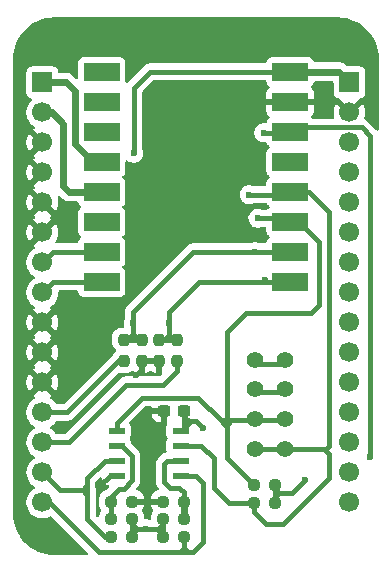
<source format=gbr>
%TF.GenerationSoftware,KiCad,Pcbnew,9.0.2*%
%TF.CreationDate,2025-06-04T19:43:54+07:00*%
%TF.ProjectId,Wheelspeed New,57686565-6c73-4706-9565-64204e65772e,rev?*%
%TF.SameCoordinates,Original*%
%TF.FileFunction,Copper,L1,Top*%
%TF.FilePolarity,Positive*%
%FSLAX46Y46*%
G04 Gerber Fmt 4.6, Leading zero omitted, Abs format (unit mm)*
G04 Created by KiCad (PCBNEW 9.0.2) date 2025-06-04 19:43:54*
%MOMM*%
%LPD*%
G01*
G04 APERTURE LIST*
G04 Aperture macros list*
%AMRoundRect*
0 Rectangle with rounded corners*
0 $1 Rounding radius*
0 $2 $3 $4 $5 $6 $7 $8 $9 X,Y pos of 4 corners*
0 Add a 4 corners polygon primitive as box body*
4,1,4,$2,$3,$4,$5,$6,$7,$8,$9,$2,$3,0*
0 Add four circle primitives for the rounded corners*
1,1,$1+$1,$2,$3*
1,1,$1+$1,$4,$5*
1,1,$1+$1,$6,$7*
1,1,$1+$1,$8,$9*
0 Add four rect primitives between the rounded corners*
20,1,$1+$1,$2,$3,$4,$5,0*
20,1,$1+$1,$4,$5,$6,$7,0*
20,1,$1+$1,$6,$7,$8,$9,0*
20,1,$1+$1,$8,$9,$2,$3,0*%
G04 Aperture macros list end*
%TA.AperFunction,SMDPad,CuDef*%
%ADD10R,3.025000X1.524000*%
%TD*%
%TA.AperFunction,ComponentPad*%
%ADD11R,1.700000X1.700000*%
%TD*%
%TA.AperFunction,ComponentPad*%
%ADD12C,1.700000*%
%TD*%
%TA.AperFunction,SMDPad,CuDef*%
%ADD13R,1.460500X0.533400*%
%TD*%
%TA.AperFunction,SMDPad,CuDef*%
%ADD14RoundRect,0.237500X-0.237500X0.250000X-0.237500X-0.250000X0.237500X-0.250000X0.237500X0.250000X0*%
%TD*%
%TA.AperFunction,SMDPad,CuDef*%
%ADD15RoundRect,0.237500X0.237500X-0.250000X0.237500X0.250000X-0.237500X0.250000X-0.237500X-0.250000X0*%
%TD*%
%TA.AperFunction,SMDPad,CuDef*%
%ADD16RoundRect,0.237500X0.250000X0.237500X-0.250000X0.237500X-0.250000X-0.237500X0.250000X-0.237500X0*%
%TD*%
%TA.AperFunction,SMDPad,CuDef*%
%ADD17RoundRect,0.237500X-0.250000X-0.237500X0.250000X-0.237500X0.250000X0.237500X-0.250000X0.237500X0*%
%TD*%
%TA.AperFunction,SMDPad,CuDef*%
%ADD18RoundRect,0.237500X0.300000X0.237500X-0.300000X0.237500X-0.300000X-0.237500X0.300000X-0.237500X0*%
%TD*%
%TA.AperFunction,ComponentPad*%
%ADD19C,1.400000*%
%TD*%
%TA.AperFunction,ViaPad*%
%ADD20C,0.600000*%
%TD*%
%TA.AperFunction,Conductor*%
%ADD21C,0.400000*%
%TD*%
%TA.AperFunction,Conductor*%
%ADD22C,0.600000*%
%TD*%
G04 APERTURE END LIST*
D10*
%TO.P,U1,G,GND*%
%TO.N,GND*%
X122985000Y-109640000D03*
%TO.P,U1,21,GPIO21*%
%TO.N,/TX*%
X107015000Y-124880000D03*
%TO.P,U1,20,GPIO20*%
%TO.N,/RX*%
X107015000Y-122340000D03*
%TO.P,U1,10,GPIO10*%
%TO.N,unconnected-(U1-GPIO10-Pad10)*%
X107015000Y-119800000D03*
%TO.P,U1,9,GPIO9*%
%TO.N,/SCL*%
X107015000Y-117260000D03*
%TO.P,U1,8,GPIO8*%
%TO.N,/SDA*%
X107015000Y-114720000D03*
%TO.P,U1,7,GPIO7*%
%TO.N,unconnected-(U1-GPIO7-Pad7)*%
X107015000Y-112180000D03*
%TO.P,U1,6,GPIO6*%
%TO.N,unconnected-(U1-GPIO6-Pad6)*%
X107015000Y-109640000D03*
%TO.P,U1,5V,5V*%
%TO.N,+5V*%
X122985000Y-107100000D03*
%TO.P,U1,5,GPIO5*%
%TO.N,unconnected-(U1-GPIO5-Pad5)*%
X107015000Y-107100000D03*
%TO.P,U1,4,GPIO4*%
%TO.N,unconnected-(U1-GPIO4-Pad4)*%
X122985000Y-114720000D03*
%TO.P,U1,3.3,3V3*%
%TO.N,+3.3V*%
X122985000Y-112180000D03*
%TO.P,U1,3,GPIO3*%
%TO.N,/WS_FL_Signal*%
X122985000Y-117260000D03*
%TO.P,U1,2,GPIO2*%
%TO.N,/WS_FR_Signal*%
X122985000Y-119800000D03*
%TO.P,U1,1,GPIO1*%
%TO.N,/WS_RR_Signal*%
X122985000Y-122340000D03*
%TO.P,U1,0,GPIO0*%
%TO.N,/WS_RL_Signal*%
X122985000Y-124880000D03*
%TD*%
D11*
%TO.P,J4,1,Pin_1*%
%TO.N,+5V*%
X128000000Y-108000000D03*
D12*
%TO.P,J4,2,Pin_2*%
%TO.N,GND*%
X128000000Y-110540000D03*
%TO.P,J4,3,Pin_3*%
X128000000Y-113080000D03*
%TO.P,J4,4,Pin_4*%
X128000000Y-115620000D03*
%TO.P,J4,5,Pin_5*%
X128000000Y-118160000D03*
%TO.P,J4,6,Pin_6*%
X128000000Y-120700000D03*
%TO.P,J4,7,Pin_7*%
X128000000Y-123240000D03*
%TO.P,J4,8,Pin_8*%
X128000000Y-125780000D03*
%TO.P,J4,9,Pin_9*%
%TO.N,/WS_RL_Signal_5V*%
X128000000Y-128320000D03*
%TO.P,J4,10,Pin_10*%
%TO.N,/WS_RR_Signal_5V*%
X128000000Y-130860000D03*
%TO.P,J4,11,Pin_11*%
%TO.N,/WS_FR_Signal_5V*%
X128000000Y-133400000D03*
%TO.P,J4,12,Pin_12*%
%TO.N,/WS_FL_Signal_5V*%
X128000000Y-135940000D03*
%TO.P,J4,13,Pin_13*%
%TO.N,unconnected-(J4-Pin_13-Pad13)*%
X128000000Y-138480000D03*
%TO.P,J4,14,Pin_14*%
%TO.N,unconnected-(J4-Pin_14-Pad14)*%
X128000000Y-141020000D03*
%TO.P,J4,15,Pin_15*%
%TO.N,+12V*%
X128000000Y-143560000D03*
%TD*%
D13*
%TO.P,U2,1*%
%TO.N,/WS_FR_Signal*%
X108275850Y-137495000D03*
%TO.P,U2,2,-*%
%TO.N,Net-(U2A--)*%
X108275850Y-138765000D03*
%TO.P,U2,3,+*%
%TO.N,/WS_FR*%
X108275850Y-140035000D03*
%TO.P,U2,4,V-*%
%TO.N,GND*%
X108275850Y-141305000D03*
%TO.P,U2,5,+*%
%TO.N,/WS_FL*%
X113724150Y-141305000D03*
%TO.P,U2,6,-*%
%TO.N,Net-(U2B--)*%
X113724150Y-140035000D03*
%TO.P,U2,7*%
%TO.N,/WS_FL_Signal*%
X113724150Y-138765000D03*
%TO.P,U2,8,V+*%
%TO.N,+12V*%
X113724150Y-137495000D03*
%TD*%
D14*
%TO.P,R21,1*%
%TO.N,/WS_RR_Signal*%
X108900000Y-129775000D03*
%TO.P,R21,2*%
%TO.N,/WS_RR*%
X108900000Y-131600000D03*
%TD*%
D15*
%TO.P,R24,1*%
%TO.N,GND*%
X111900000Y-131600000D03*
%TO.P,R24,2*%
%TO.N,/WS_RL_Signal*%
X111900000Y-129775000D03*
%TD*%
D16*
%TO.P,R4,1*%
%TO.N,Net-(U2B--)*%
X114012500Y-143500000D03*
%TO.P,R4,2*%
%TO.N,GND*%
X112187500Y-143500000D03*
%TD*%
%TO.P,R10,1*%
%TO.N,+3.3V*%
X121700000Y-143600000D03*
%TO.P,R10,2*%
%TO.N,/WS_FL_Signal*%
X119875000Y-143600000D03*
%TD*%
%TO.P,R13,1*%
%TO.N,+12V*%
X109610000Y-146510000D03*
%TO.P,R13,2*%
%TO.N,/WS_FR*%
X107785000Y-146510000D03*
%TD*%
D17*
%TO.P,R2,1*%
%TO.N,Net-(U2A--)*%
X107785000Y-143500000D03*
%TO.P,R2,2*%
%TO.N,GND*%
X109610000Y-143500000D03*
%TD*%
D18*
%TO.P,C1,1*%
%TO.N,+12V*%
X114000000Y-135800000D03*
%TO.P,C1,2*%
%TO.N,GND*%
X112275000Y-135800000D03*
%TD*%
D16*
%TO.P,R1,1*%
%TO.N,+12V*%
X109612500Y-145000000D03*
%TO.P,R1,2*%
%TO.N,Net-(U2A--)*%
X107787500Y-145000000D03*
%TD*%
%TO.P,R9,1*%
%TO.N,+3.3V*%
X121700000Y-142100000D03*
%TO.P,R9,2*%
%TO.N,/WS_FR_Signal*%
X119875000Y-142100000D03*
%TD*%
D17*
%TO.P,R3,1*%
%TO.N,+12V*%
X112187500Y-145000000D03*
%TO.P,R3,2*%
%TO.N,Net-(U2B--)*%
X114012500Y-145000000D03*
%TD*%
D15*
%TO.P,R22,1*%
%TO.N,GND*%
X110400000Y-131600000D03*
%TO.P,R22,2*%
%TO.N,/WS_RR_Signal*%
X110400000Y-129775000D03*
%TD*%
D14*
%TO.P,R23,1*%
%TO.N,/WS_RL_Signal*%
X113400000Y-129775000D03*
%TO.P,R23,2*%
%TO.N,/WS_RL*%
X113400000Y-131600000D03*
%TD*%
D17*
%TO.P,R14,1*%
%TO.N,+12V*%
X112187500Y-146500000D03*
%TO.P,R14,2*%
%TO.N,/WS_FL*%
X114012500Y-146500000D03*
%TD*%
D11*
%TO.P,J3,1,Pin_1*%
%TO.N,/SDA*%
X102000000Y-108000000D03*
D12*
%TO.P,J3,2,Pin_2*%
%TO.N,/SCL*%
X102000000Y-110540000D03*
%TO.P,J3,3,Pin_3*%
%TO.N,GND*%
X102000000Y-113080000D03*
%TO.P,J3,4,Pin_4*%
X102000000Y-115620000D03*
%TO.P,J3,5,Pin_5*%
X102000000Y-118160000D03*
%TO.P,J3,6,Pin_6*%
X102000000Y-120700000D03*
%TO.P,J3,7,Pin_7*%
%TO.N,/RX*%
X102000000Y-123240000D03*
%TO.P,J3,8,Pin_8*%
%TO.N,/TX*%
X102000000Y-125780000D03*
%TO.P,J3,9,Pin_9*%
%TO.N,GND*%
X102000000Y-128320000D03*
%TO.P,J3,10,Pin_10*%
X102000000Y-130860000D03*
%TO.P,J3,11,Pin_11*%
X102000000Y-133400000D03*
%TO.P,J3,12,Pin_12*%
%TO.N,/WS_RR*%
X102000000Y-135940000D03*
%TO.P,J3,13,Pin_13*%
%TO.N,/WS_RL*%
X102000000Y-138480000D03*
%TO.P,J3,14,Pin_14*%
%TO.N,/WS_FR*%
X102000000Y-141020000D03*
%TO.P,J3,15,Pin_15*%
%TO.N,/WS_FL*%
X102000000Y-143560000D03*
%TD*%
D19*
%TO.P,FR1,1,1*%
%TO.N,/WS_FR_Signal*%
X119960000Y-136500000D03*
X122500000Y-136500000D03*
%TD*%
%TO.P,RL1,1,1*%
%TO.N,/WS_RL_Signal*%
X119960000Y-131500000D03*
X122500000Y-131500000D03*
%TD*%
%TO.P,RR1,1,1*%
%TO.N,/WS_RR_Signal*%
X119960000Y-134000000D03*
X122500000Y-134000000D03*
%TD*%
%TO.P,FL1,1,1*%
%TO.N,/WS_FL_Signal*%
X119960000Y-139000000D03*
X122500000Y-139000000D03*
%TD*%
D20*
%TO.N,GND*%
X119250000Y-119750000D03*
%TO.N,+3.3V*%
X120750000Y-112250000D03*
X129750000Y-139750000D03*
%TO.N,/WS_FL_Signal*%
X119500000Y-117500000D03*
%TO.N,/WS_FR_Signal*%
X120250000Y-119500000D03*
%TO.N,/WS_RR_Signal*%
X120000000Y-122340000D03*
%TO.N,/WS_RL_Signal*%
X120874293Y-124755707D03*
%TO.N,+5V*%
X109750000Y-114000000D03*
%TO.N,+12V*%
X115600000Y-137300000D03*
X110800000Y-145800000D03*
%TO.N,GND*%
X110900000Y-140700000D03*
X110900000Y-137900000D03*
X110900000Y-141400000D03*
X110200000Y-138600000D03*
X110900000Y-142100000D03*
X110900000Y-138600000D03*
X110900000Y-135800000D03*
X110900000Y-139300000D03*
X111600000Y-139300000D03*
X111600000Y-138600000D03*
X110200000Y-137900000D03*
X110900000Y-140000000D03*
X111600000Y-137900000D03*
X110900000Y-142800000D03*
X111600000Y-137200000D03*
X110900000Y-143500000D03*
X106700000Y-142100000D03*
X109900000Y-132800000D03*
X110900000Y-137200000D03*
X110200000Y-137200000D03*
%TO.N,+3.3V*%
X124200000Y-141700000D03*
%TO.N,/WS_RR_Signal*%
X109700000Y-128400000D03*
%TO.N,/WS_RL_Signal*%
X112700000Y-128400000D03*
%TD*%
D21*
%TO.N,+3.3V*%
X129750000Y-112500000D02*
X129750000Y-139750000D01*
X123356439Y-111808561D02*
X129058561Y-111808561D01*
X129058561Y-111808561D02*
X129750000Y-112500000D01*
X122985000Y-112180000D02*
X123356439Y-111808561D01*
X120750000Y-112250000D02*
X122915000Y-112250000D01*
X122915000Y-112250000D02*
X122985000Y-112180000D01*
%TO.N,/WS_RL_Signal*%
X112700000Y-127400000D02*
X112700000Y-128400000D01*
X115220000Y-124880000D02*
X112700000Y-127400000D01*
X120750000Y-124880000D02*
X115220000Y-124880000D01*
X120874293Y-124755707D02*
X120750000Y-124880000D01*
X120998586Y-124880000D02*
X122985000Y-124880000D01*
X120874293Y-124755707D02*
X120998586Y-124880000D01*
%TO.N,/WS_FL_Signal*%
X126250000Y-138750000D02*
X126250000Y-118950000D01*
X126250000Y-118950000D02*
X124560000Y-117260000D01*
X124560000Y-117260000D02*
X122985000Y-117260000D01*
X125900000Y-139100000D02*
X126250000Y-138750000D01*
X125900000Y-139100000D02*
X126300000Y-139500000D01*
X125800000Y-139000000D02*
X125900000Y-139100000D01*
X119760000Y-139000000D02*
X125500000Y-139000000D01*
X125500000Y-139000000D02*
X125800000Y-139000000D01*
X122745000Y-117500000D02*
X122985000Y-117260000D01*
X119500000Y-117500000D02*
X122745000Y-117500000D01*
%TO.N,/WS_FR_Signal*%
X122685000Y-119500000D02*
X122985000Y-119800000D01*
X120250000Y-119500000D02*
X122685000Y-119500000D01*
%TO.N,/WS_RR_Signal*%
X120000000Y-122340000D02*
X122985000Y-122340000D01*
%TO.N,+5V*%
X111150000Y-107100000D02*
X122985000Y-107100000D01*
X109750000Y-114000000D02*
X109750000Y-108500000D01*
X109750000Y-108500000D02*
X111150000Y-107100000D01*
%TO.N,/WS_RL_Signal*%
X119760000Y-131800000D02*
X122300000Y-131800000D01*
%TO.N,/WS_RR_Signal*%
X119760000Y-134200000D02*
X122300000Y-134200000D01*
%TO.N,+12V*%
X111700000Y-145800000D02*
X110800000Y-145800000D01*
X111800000Y-145800000D02*
X111700000Y-145800000D01*
X114000000Y-135800000D02*
X114000000Y-136700000D01*
X112187500Y-145800000D02*
X111800000Y-145800000D01*
X112187500Y-146500000D02*
X112187500Y-146287500D01*
X112187500Y-145800000D02*
X112187500Y-146500000D01*
X109612500Y-146087500D02*
X109600000Y-146100000D01*
X112187500Y-146287500D02*
X111700000Y-145800000D01*
X114000000Y-137219150D02*
X113724150Y-137495000D01*
X112187500Y-145000000D02*
X112187500Y-145800000D01*
X109612500Y-145412500D02*
X110000000Y-145800000D01*
X109612500Y-146507500D02*
X109610000Y-146510000D01*
X113724150Y-137495000D02*
X114400000Y-136819150D01*
X112187500Y-145412500D02*
X111800000Y-145800000D01*
X109612500Y-145800000D02*
X109612500Y-146507500D01*
X112187500Y-145000000D02*
X112187500Y-145412500D01*
X115000000Y-136700000D02*
X115600000Y-137300000D01*
X114000000Y-136700000D02*
X114400000Y-136700000D01*
X114000000Y-136300000D02*
X114400000Y-136700000D01*
X114400000Y-136819150D02*
X114400000Y-136700000D01*
X114400000Y-136700000D02*
X115000000Y-136700000D01*
X109610000Y-146510000D02*
X109610000Y-146190000D01*
X109612500Y-145000000D02*
X109612500Y-145412500D01*
X109610000Y-146190000D02*
X110000000Y-145800000D01*
X110800000Y-145800000D02*
X110000000Y-145800000D01*
X114000000Y-136700000D02*
X114000000Y-137219150D01*
X114000000Y-135800000D02*
X114000000Y-136300000D01*
X109612500Y-145000000D02*
X109612500Y-145800000D01*
X110000000Y-145800000D02*
X109612500Y-145800000D01*
%TO.N,GND*%
X109610000Y-143500000D02*
X110900000Y-143500000D01*
X110400000Y-132300000D02*
X109900000Y-132800000D01*
X106900000Y-142100000D02*
X107695000Y-141305000D01*
X106700000Y-142100000D02*
X106900000Y-142100000D01*
X110400000Y-131600000D02*
X110400000Y-132300000D01*
X110400000Y-131600000D02*
X111900000Y-131600000D01*
X112275000Y-135800000D02*
X110900000Y-135800000D01*
X112187500Y-143500000D02*
X110900000Y-143500000D01*
X107695000Y-141305000D02*
X108275850Y-141305000D01*
%TO.N,/WS_FL*%
X102000000Y-143560000D02*
X102560000Y-143560000D01*
X114100000Y-147750000D02*
X114450000Y-147750000D01*
X114750000Y-147750000D02*
X115600000Y-146900000D01*
X102560000Y-143560000D02*
X106750000Y-147750000D01*
X114012500Y-147662500D02*
X114100000Y-147750000D01*
X114362500Y-147750000D02*
X114012500Y-147400000D01*
X114450000Y-147750000D02*
X114362500Y-147750000D01*
X115600000Y-141900000D02*
X115005000Y-141305000D01*
X115600000Y-146900000D02*
X115600000Y-141900000D01*
X115005000Y-141305000D02*
X113724150Y-141305000D01*
X114012500Y-146500000D02*
X114012500Y-147400000D01*
X106750000Y-147750000D02*
X113300000Y-147750000D01*
X114450000Y-147750000D02*
X114750000Y-147750000D01*
X114012500Y-147400000D02*
X114012500Y-147662500D01*
X113300000Y-147750000D02*
X113662500Y-147750000D01*
X113300000Y-147750000D02*
X114100000Y-147750000D01*
X113662500Y-147750000D02*
X114012500Y-147400000D01*
%TO.N,/WS_FL_Signal*%
X119875000Y-143600000D02*
X119875000Y-144375000D01*
X116500000Y-142300000D02*
X116500000Y-139800000D01*
X115465000Y-138765000D02*
X113724150Y-138765000D01*
X122400000Y-145400000D02*
X126300000Y-141500000D01*
X117800000Y-143600000D02*
X116500000Y-142300000D01*
X119875000Y-144375000D02*
X120900000Y-145400000D01*
X116500000Y-139800000D02*
X115465000Y-138765000D01*
X117800000Y-143600000D02*
X119875000Y-143600000D01*
X120900000Y-145400000D02*
X122400000Y-145400000D01*
X126300000Y-141500000D02*
X126300000Y-139500000D01*
%TO.N,/WS_FR*%
X105800000Y-145000000D02*
X107310000Y-146510000D01*
X108275850Y-140035000D02*
X107265000Y-140035000D01*
X105800000Y-142900000D02*
X105800000Y-145000000D01*
X107310000Y-146510000D02*
X107785000Y-146510000D01*
X105800000Y-142000000D02*
X105800000Y-142500000D01*
X105800000Y-142500000D02*
X105800000Y-142900000D01*
X103480000Y-142500000D02*
X105400000Y-142500000D01*
X105800000Y-142000000D02*
X105800000Y-142100000D01*
X102000000Y-141020000D02*
X103480000Y-142500000D01*
X107265000Y-140035000D02*
X105800000Y-141500000D01*
X105800000Y-142100000D02*
X105400000Y-142500000D01*
X105800000Y-141500000D02*
X105800000Y-142000000D01*
X105800000Y-142900000D02*
X105400000Y-142500000D01*
X105400000Y-142500000D02*
X105800000Y-142500000D01*
%TO.N,/WS_FR_Signal*%
X125399000Y-126851000D02*
X125399000Y-121499000D01*
X125399000Y-121499000D02*
X123700000Y-119800000D01*
X118000000Y-136600000D02*
X117600000Y-137000000D01*
X124750000Y-127500000D02*
X125399000Y-126851000D01*
X117600000Y-137000000D02*
X117600000Y-139825000D01*
X123700000Y-119800000D02*
X122985000Y-119800000D01*
X117600000Y-136600000D02*
X117600000Y-129150000D01*
X117100000Y-136600000D02*
X117600000Y-136600000D01*
X110404150Y-134700000D02*
X115200000Y-134700000D01*
X108275850Y-137495000D02*
X108275850Y-136828300D01*
X117600000Y-139825000D02*
X119875000Y-142100000D01*
X119250000Y-127500000D02*
X124750000Y-127500000D01*
X115200000Y-134700000D02*
X117100000Y-136600000D01*
X117600000Y-136600000D02*
X118200000Y-136600000D01*
X108275850Y-136828300D02*
X110404150Y-134700000D01*
X117600000Y-136600000D02*
X117600000Y-137000000D01*
X117100000Y-136600000D02*
X117500000Y-137000000D01*
X117600000Y-129150000D02*
X119250000Y-127500000D01*
X118200000Y-136600000D02*
X122800000Y-136600000D01*
X117500000Y-137000000D02*
X117600000Y-137000000D01*
X118200000Y-136600000D02*
X118000000Y-136600000D01*
%TO.N,/WS_RL*%
X112212500Y-133600000D02*
X109100000Y-133600000D01*
X104220000Y-138480000D02*
X102000000Y-138480000D01*
X109100000Y-133600000D02*
X104220000Y-138480000D01*
X113400000Y-131600000D02*
X113400000Y-132412500D01*
X113400000Y-132412500D02*
X112212500Y-133600000D01*
D22*
%TO.N,+5V*%
X128000000Y-108000000D02*
X127100000Y-107100000D01*
X127100000Y-107100000D02*
X122985000Y-107100000D01*
D21*
%TO.N,/WS_RR*%
X104060000Y-135940000D02*
X108400000Y-131600000D01*
X102000000Y-135940000D02*
X104060000Y-135940000D01*
X108400000Y-131600000D02*
X108900000Y-131600000D01*
%TO.N,Net-(U2A--)*%
X108500000Y-142400000D02*
X108900000Y-142400000D01*
X107785000Y-143500000D02*
X107785000Y-143115000D01*
X107775000Y-144587500D02*
X107787500Y-144600000D01*
X109600000Y-141700000D02*
X109600000Y-139625600D01*
X109600000Y-139625600D02*
X108739400Y-138765000D01*
X107775000Y-143200000D02*
X107900000Y-143200000D01*
X108900000Y-142400000D02*
X109600000Y-141700000D01*
X107785000Y-143500000D02*
X107785000Y-144997500D01*
X107785000Y-143115000D02*
X108500000Y-142400000D01*
X108739400Y-138765000D02*
X108275850Y-138765000D01*
X107785000Y-144997500D02*
X107787500Y-145000000D01*
D22*
%TO.N,Net-(U2B--)*%
X114012500Y-145000000D02*
X114012500Y-143500000D01*
D21*
X112300000Y-141800000D02*
X112300000Y-140300000D01*
X114012500Y-143200000D02*
X114012500Y-142712500D01*
X112800000Y-142300000D02*
X112300000Y-141800000D01*
X114012500Y-142712500D02*
X113600000Y-142300000D01*
X112565000Y-140035000D02*
X113724150Y-140035000D01*
X112300000Y-140300000D02*
X112565000Y-140035000D01*
X113600000Y-142300000D02*
X112800000Y-142300000D01*
%TO.N,+3.3V*%
X121700000Y-143600000D02*
X121700000Y-143100000D01*
X121700000Y-143100000D02*
X122000000Y-142800000D01*
X121700000Y-142500000D02*
X122000000Y-142800000D01*
X122000000Y-142800000D02*
X123100000Y-142800000D01*
X121700000Y-142800000D02*
X121700000Y-143600000D01*
X121700000Y-142100000D02*
X121700000Y-142800000D01*
X123100000Y-142800000D02*
X124200000Y-141700000D01*
X121700000Y-142800000D02*
X122000000Y-142800000D01*
X121700000Y-142100000D02*
X121700000Y-142500000D01*
%TO.N,/WS_RR_Signal*%
X110175000Y-129775000D02*
X109700000Y-129300000D01*
X109700000Y-129775000D02*
X109700000Y-129300000D01*
X109700000Y-129300000D02*
X109700000Y-128400000D01*
X110400000Y-129775000D02*
X110175000Y-129775000D01*
X114760000Y-122340000D02*
X120000000Y-122340000D01*
X108900000Y-129775000D02*
X109700000Y-129775000D01*
X108900000Y-129775000D02*
X109225000Y-129775000D01*
X123740000Y-122340000D02*
X122985000Y-122340000D01*
X109225000Y-129775000D02*
X109700000Y-129300000D01*
X109700000Y-129775000D02*
X110400000Y-129775000D01*
X109700000Y-128400000D02*
X109700000Y-127400000D01*
X109700000Y-127400000D02*
X114760000Y-122340000D01*
%TO.N,/WS_RL_Signal*%
X122985000Y-124880000D02*
X124080000Y-124880000D01*
X112325000Y-129775000D02*
X112700000Y-129400000D01*
X112700000Y-129775000D02*
X112700000Y-129400000D01*
X111900000Y-129775000D02*
X112700000Y-129775000D01*
X112700000Y-129775000D02*
X113400000Y-129775000D01*
X113075000Y-129775000D02*
X112700000Y-129400000D01*
X113400000Y-129775000D02*
X113075000Y-129775000D01*
X112700000Y-129400000D02*
X112700000Y-128400000D01*
X111900000Y-129775000D02*
X112325000Y-129775000D01*
%TO.N,/RX*%
X102900000Y-122340000D02*
X107015000Y-122340000D01*
X102000000Y-123240000D02*
X102900000Y-122340000D01*
%TO.N,/TX*%
X102900000Y-124880000D02*
X107015000Y-124880000D01*
X102000000Y-125780000D02*
X102900000Y-124880000D01*
D22*
%TO.N,/SDA*%
X104750000Y-113191500D02*
X104750000Y-108750000D01*
X107015000Y-114720000D02*
X106278500Y-114720000D01*
X104750000Y-108750000D02*
X104000000Y-108000000D01*
X106278500Y-114720000D02*
X104750000Y-113191500D01*
X104000000Y-108000000D02*
X102000000Y-108000000D01*
%TO.N,/SCL*%
X102790000Y-110540000D02*
X103750000Y-111500000D01*
X103750000Y-111500000D02*
X103750000Y-116750000D01*
X104260000Y-117260000D02*
X107015000Y-117260000D01*
X102000000Y-110540000D02*
X102790000Y-110540000D01*
X103750000Y-116750000D02*
X104260000Y-117260000D01*
%TD*%
%TA.AperFunction,Conductor*%
%TO.N,GND*%
G36*
X127003032Y-102500648D02*
G01*
X127336929Y-102517052D01*
X127349037Y-102518245D01*
X127452146Y-102533539D01*
X127676699Y-102566849D01*
X127688617Y-102569219D01*
X128009951Y-102649709D01*
X128021588Y-102653240D01*
X128092806Y-102678722D01*
X128333467Y-102764832D01*
X128344688Y-102769479D01*
X128644163Y-102911120D01*
X128654871Y-102916844D01*
X128938988Y-103087137D01*
X128949106Y-103093897D01*
X129215170Y-103291224D01*
X129224576Y-103298944D01*
X129470013Y-103521395D01*
X129478604Y-103529986D01*
X129665755Y-103736475D01*
X129701055Y-103775423D01*
X129708775Y-103784829D01*
X129906102Y-104050893D01*
X129912862Y-104061011D01*
X130041776Y-104276092D01*
X130083148Y-104345116D01*
X130088885Y-104355848D01*
X130230514Y-104655297D01*
X130235170Y-104666540D01*
X130346759Y-104978411D01*
X130350292Y-104990055D01*
X130430777Y-105311369D01*
X130433151Y-105323305D01*
X130481754Y-105650962D01*
X130482947Y-105663071D01*
X130499351Y-105996966D01*
X130499500Y-106003051D01*
X130499500Y-111959481D01*
X130493261Y-111980726D01*
X130491682Y-112002814D01*
X130483609Y-112013597D01*
X130479815Y-112026520D01*
X130463083Y-112041018D01*
X130449811Y-112058748D01*
X130437188Y-112063455D01*
X130427011Y-112072275D01*
X130405095Y-112075426D01*
X130384347Y-112083165D01*
X130371185Y-112080302D01*
X130357853Y-112082219D01*
X130337711Y-112073020D01*
X130316074Y-112068314D01*
X130298345Y-112055042D01*
X130294297Y-112053194D01*
X130287819Y-112047163D01*
X130243470Y-112002814D01*
X130196542Y-111955886D01*
X130032213Y-111791557D01*
X129505107Y-111264449D01*
X129505106Y-111264448D01*
X129390371Y-111187785D01*
X129336408Y-111165433D01*
X129282005Y-111121591D01*
X129259941Y-111055297D01*
X129265931Y-111012553D01*
X129316758Y-110856126D01*
X129350000Y-110646246D01*
X129350000Y-110433753D01*
X129316757Y-110223872D01*
X129316757Y-110223869D01*
X129251095Y-110021782D01*
X129154624Y-109832449D01*
X129115270Y-109778282D01*
X129115269Y-109778282D01*
X128482962Y-110410589D01*
X128465925Y-110347007D01*
X128400099Y-110232993D01*
X128307007Y-110139901D01*
X128192993Y-110074075D01*
X128129409Y-110057037D01*
X128799627Y-109386818D01*
X128860950Y-109353333D01*
X128887307Y-109350499D01*
X128897872Y-109350499D01*
X128957483Y-109344091D01*
X129092331Y-109293796D01*
X129207546Y-109207546D01*
X129293796Y-109092331D01*
X129344091Y-108957483D01*
X129350500Y-108897873D01*
X129350499Y-107102128D01*
X129344091Y-107042517D01*
X129293796Y-106907669D01*
X129293795Y-106907668D01*
X129293793Y-106907664D01*
X129207547Y-106792455D01*
X129207544Y-106792452D01*
X129092335Y-106706206D01*
X129092328Y-106706202D01*
X128957482Y-106655908D01*
X128957483Y-106655908D01*
X128897883Y-106649501D01*
X128897881Y-106649500D01*
X128897873Y-106649500D01*
X128897865Y-106649500D01*
X127832940Y-106649500D01*
X127765901Y-106629815D01*
X127745263Y-106613185D01*
X127610289Y-106478211D01*
X127610288Y-106478210D01*
X127610287Y-106478209D01*
X127479185Y-106390609D01*
X127479172Y-106390602D01*
X127333501Y-106330264D01*
X127333489Y-106330261D01*
X127178845Y-106299500D01*
X127178842Y-106299500D01*
X125103415Y-106299500D01*
X125036376Y-106279815D01*
X124990621Y-106227011D01*
X124987233Y-106218833D01*
X124941297Y-106095671D01*
X124941293Y-106095664D01*
X124855047Y-105980455D01*
X124855044Y-105980452D01*
X124739835Y-105894206D01*
X124739828Y-105894202D01*
X124604982Y-105843908D01*
X124604983Y-105843908D01*
X124545383Y-105837501D01*
X124545381Y-105837500D01*
X124545373Y-105837500D01*
X124545364Y-105837500D01*
X121424629Y-105837500D01*
X121424623Y-105837501D01*
X121365016Y-105843908D01*
X121230171Y-105894202D01*
X121230164Y-105894206D01*
X121114955Y-105980452D01*
X121114952Y-105980455D01*
X121028706Y-106095664D01*
X121028702Y-106095671D01*
X120978408Y-106230516D01*
X120972147Y-106288756D01*
X120945409Y-106353307D01*
X120888016Y-106393155D01*
X120848858Y-106399500D01*
X111081004Y-106399500D01*
X110945677Y-106426418D01*
X110945667Y-106426421D01*
X110818192Y-106479222D01*
X110703454Y-106555887D01*
X109237818Y-108021523D01*
X109176495Y-108055008D01*
X109106803Y-108050024D01*
X109050870Y-108008152D01*
X109026453Y-107942688D01*
X109026848Y-107920585D01*
X109027999Y-107909878D01*
X109028000Y-107909873D01*
X109027999Y-106290128D01*
X109021591Y-106230517D01*
X109020283Y-106227011D01*
X108971297Y-106095671D01*
X108971293Y-106095664D01*
X108885047Y-105980455D01*
X108885044Y-105980452D01*
X108769835Y-105894206D01*
X108769828Y-105894202D01*
X108634982Y-105843908D01*
X108634983Y-105843908D01*
X108575383Y-105837501D01*
X108575381Y-105837500D01*
X108575373Y-105837500D01*
X108575364Y-105837500D01*
X105454629Y-105837500D01*
X105454623Y-105837501D01*
X105395016Y-105843908D01*
X105260171Y-105894202D01*
X105260164Y-105894206D01*
X105144955Y-105980452D01*
X105144952Y-105980455D01*
X105058706Y-106095664D01*
X105058702Y-106095671D01*
X105008408Y-106230517D01*
X105002147Y-106288756D01*
X105002001Y-106290123D01*
X105002000Y-106290135D01*
X105002000Y-107570559D01*
X104982315Y-107637598D01*
X104929511Y-107683353D01*
X104860353Y-107693297D01*
X104796797Y-107664272D01*
X104790319Y-107658240D01*
X104510292Y-107378213D01*
X104510288Y-107378210D01*
X104379185Y-107290609D01*
X104379172Y-107290602D01*
X104233501Y-107230264D01*
X104233489Y-107230261D01*
X104078845Y-107199500D01*
X104078842Y-107199500D01*
X103472351Y-107199500D01*
X103405312Y-107179815D01*
X103359557Y-107127011D01*
X103349061Y-107088752D01*
X103344091Y-107042516D01*
X103293797Y-106907671D01*
X103293793Y-106907664D01*
X103207547Y-106792455D01*
X103207544Y-106792452D01*
X103092335Y-106706206D01*
X103092328Y-106706202D01*
X102957482Y-106655908D01*
X102957483Y-106655908D01*
X102897883Y-106649501D01*
X102897881Y-106649500D01*
X102897873Y-106649500D01*
X102897864Y-106649500D01*
X101102129Y-106649500D01*
X101102123Y-106649501D01*
X101042516Y-106655908D01*
X100907671Y-106706202D01*
X100907664Y-106706206D01*
X100792455Y-106792452D01*
X100792452Y-106792455D01*
X100706206Y-106907664D01*
X100706202Y-106907671D01*
X100655908Y-107042517D01*
X100650938Y-107088752D01*
X100649501Y-107102123D01*
X100649500Y-107102135D01*
X100649500Y-108897870D01*
X100649501Y-108897876D01*
X100655908Y-108957483D01*
X100706202Y-109092328D01*
X100706206Y-109092335D01*
X100792452Y-109207544D01*
X100792455Y-109207547D01*
X100907664Y-109293793D01*
X100907671Y-109293797D01*
X101039082Y-109342810D01*
X101095016Y-109384681D01*
X101119433Y-109450145D01*
X101104582Y-109518418D01*
X101083431Y-109546673D01*
X100969889Y-109660215D01*
X100844951Y-109832179D01*
X100748444Y-110021585D01*
X100682753Y-110223760D01*
X100649500Y-110433713D01*
X100649500Y-110646286D01*
X100682735Y-110856127D01*
X100682754Y-110856243D01*
X100734527Y-111015584D01*
X100748444Y-111058414D01*
X100844951Y-111247820D01*
X100969890Y-111419786D01*
X101120213Y-111570109D01*
X101292179Y-111695048D01*
X101292181Y-111695049D01*
X101292184Y-111695051D01*
X101301493Y-111699794D01*
X101352290Y-111747766D01*
X101369087Y-111815587D01*
X101346552Y-111881722D01*
X101301505Y-111920760D01*
X101292446Y-111925376D01*
X101292440Y-111925380D01*
X101238282Y-111964727D01*
X101238282Y-111964728D01*
X101870591Y-112597037D01*
X101807007Y-112614075D01*
X101692993Y-112679901D01*
X101599901Y-112772993D01*
X101534075Y-112887007D01*
X101517037Y-112950591D01*
X100884728Y-112318282D01*
X100884727Y-112318282D01*
X100845380Y-112372439D01*
X100748904Y-112561782D01*
X100683242Y-112763869D01*
X100683242Y-112763872D01*
X100650000Y-112973753D01*
X100650000Y-113186246D01*
X100683242Y-113396127D01*
X100683242Y-113396130D01*
X100748904Y-113598217D01*
X100845375Y-113787550D01*
X100884728Y-113841716D01*
X101517037Y-113209408D01*
X101534075Y-113272993D01*
X101599901Y-113387007D01*
X101692993Y-113480099D01*
X101807007Y-113545925D01*
X101870589Y-113562962D01*
X101238282Y-114195269D01*
X101238282Y-114195270D01*
X101292452Y-114234626D01*
X101302048Y-114239516D01*
X101352844Y-114287491D01*
X101369638Y-114355312D01*
X101347100Y-114421447D01*
X101302051Y-114460483D01*
X101292440Y-114465380D01*
X101238282Y-114504727D01*
X101238282Y-114504728D01*
X101870591Y-115137037D01*
X101807007Y-115154075D01*
X101692993Y-115219901D01*
X101599901Y-115312993D01*
X101534075Y-115427007D01*
X101517037Y-115490591D01*
X100884728Y-114858282D01*
X100884727Y-114858282D01*
X100845380Y-114912439D01*
X100748904Y-115101782D01*
X100683242Y-115303869D01*
X100683242Y-115303872D01*
X100650000Y-115513753D01*
X100650000Y-115726246D01*
X100683242Y-115936127D01*
X100683242Y-115936130D01*
X100748904Y-116138217D01*
X100845375Y-116327550D01*
X100884728Y-116381716D01*
X101517037Y-115749408D01*
X101534075Y-115812993D01*
X101599901Y-115927007D01*
X101692993Y-116020099D01*
X101807007Y-116085925D01*
X101870589Y-116102962D01*
X101238282Y-116735269D01*
X101238282Y-116735270D01*
X101292452Y-116774626D01*
X101302048Y-116779516D01*
X101352844Y-116827491D01*
X101369638Y-116895312D01*
X101347100Y-116961447D01*
X101302051Y-117000483D01*
X101292440Y-117005380D01*
X101238282Y-117044727D01*
X101238282Y-117044728D01*
X101870591Y-117677037D01*
X101807007Y-117694075D01*
X101692993Y-117759901D01*
X101599901Y-117852993D01*
X101534075Y-117967007D01*
X101517037Y-118030591D01*
X100884728Y-117398282D01*
X100884727Y-117398282D01*
X100845380Y-117452439D01*
X100748904Y-117641782D01*
X100683242Y-117843869D01*
X100683242Y-117843872D01*
X100650000Y-118053753D01*
X100650000Y-118266246D01*
X100683242Y-118476127D01*
X100683242Y-118476130D01*
X100748904Y-118678217D01*
X100845375Y-118867550D01*
X100884728Y-118921716D01*
X101517037Y-118289408D01*
X101534075Y-118352993D01*
X101599901Y-118467007D01*
X101692993Y-118560099D01*
X101807007Y-118625925D01*
X101870591Y-118642962D01*
X101269971Y-119243581D01*
X101348711Y-119360895D01*
X101349920Y-119364729D01*
X101352844Y-119367491D01*
X101360343Y-119397778D01*
X101369727Y-119427529D01*
X101368671Y-119431408D01*
X101369638Y-119435312D01*
X101359573Y-119464844D01*
X101351383Y-119494947D01*
X101348397Y-119497640D01*
X101347100Y-119501447D01*
X101302051Y-119540483D01*
X101292440Y-119545380D01*
X101238282Y-119584727D01*
X101238282Y-119584728D01*
X101870591Y-120217037D01*
X101807007Y-120234075D01*
X101692993Y-120299901D01*
X101599901Y-120392993D01*
X101534075Y-120507007D01*
X101517037Y-120570591D01*
X100884728Y-119938282D01*
X100884727Y-119938282D01*
X100845380Y-119992439D01*
X100748904Y-120181782D01*
X100683242Y-120383869D01*
X100683242Y-120383872D01*
X100650000Y-120593753D01*
X100650000Y-120806246D01*
X100683242Y-121016127D01*
X100683242Y-121016130D01*
X100748904Y-121218217D01*
X100845375Y-121407550D01*
X100884728Y-121461716D01*
X101517037Y-120829408D01*
X101534075Y-120892993D01*
X101599901Y-121007007D01*
X101692993Y-121100099D01*
X101807007Y-121165925D01*
X101870590Y-121182962D01*
X101238282Y-121815269D01*
X101238282Y-121815270D01*
X101292452Y-121854626D01*
X101292451Y-121854626D01*
X101301495Y-121859234D01*
X101352292Y-121907208D01*
X101369087Y-121975029D01*
X101346550Y-122041164D01*
X101301499Y-122080202D01*
X101292182Y-122084949D01*
X101120213Y-122209890D01*
X100969890Y-122360213D01*
X100844951Y-122532179D01*
X100748444Y-122721585D01*
X100682753Y-122923760D01*
X100649500Y-123133713D01*
X100649500Y-123346286D01*
X100677380Y-123522318D01*
X100682754Y-123556243D01*
X100732474Y-123709266D01*
X100748444Y-123758414D01*
X100844951Y-123947820D01*
X100969890Y-124119786D01*
X101120213Y-124270109D01*
X101292182Y-124395050D01*
X101300946Y-124399516D01*
X101351742Y-124447491D01*
X101368536Y-124515312D01*
X101345998Y-124581447D01*
X101300946Y-124620484D01*
X101292182Y-124624949D01*
X101120213Y-124749890D01*
X100969890Y-124900213D01*
X100844951Y-125072179D01*
X100748444Y-125261585D01*
X100682753Y-125463760D01*
X100649500Y-125673713D01*
X100649500Y-125886286D01*
X100681099Y-126085797D01*
X100682754Y-126096243D01*
X100737288Y-126264082D01*
X100748444Y-126298414D01*
X100844951Y-126487820D01*
X100969890Y-126659786D01*
X101120213Y-126810109D01*
X101292179Y-126935048D01*
X101292181Y-126935049D01*
X101292184Y-126935051D01*
X101301493Y-126939794D01*
X101352290Y-126987766D01*
X101369087Y-127055587D01*
X101346552Y-127121722D01*
X101301505Y-127160760D01*
X101292446Y-127165376D01*
X101292440Y-127165380D01*
X101238282Y-127204727D01*
X101238282Y-127204728D01*
X101870591Y-127837037D01*
X101807007Y-127854075D01*
X101692993Y-127919901D01*
X101599901Y-128012993D01*
X101534075Y-128127007D01*
X101517037Y-128190591D01*
X100884728Y-127558282D01*
X100884727Y-127558282D01*
X100845380Y-127612439D01*
X100748904Y-127801782D01*
X100683242Y-128003869D01*
X100683242Y-128003872D01*
X100650000Y-128213753D01*
X100650000Y-128426246D01*
X100683242Y-128636127D01*
X100683242Y-128636130D01*
X100748904Y-128838217D01*
X100845375Y-129027550D01*
X100884728Y-129081716D01*
X101517037Y-128449408D01*
X101534075Y-128512993D01*
X101599901Y-128627007D01*
X101692993Y-128720099D01*
X101807007Y-128785925D01*
X101870591Y-128802962D01*
X101269971Y-129403581D01*
X101348711Y-129520895D01*
X101349920Y-129524729D01*
X101352844Y-129527491D01*
X101360343Y-129557778D01*
X101369727Y-129587529D01*
X101368671Y-129591408D01*
X101369638Y-129595312D01*
X101359573Y-129624844D01*
X101351383Y-129654947D01*
X101348397Y-129657640D01*
X101347100Y-129661447D01*
X101302051Y-129700483D01*
X101292440Y-129705380D01*
X101238282Y-129744727D01*
X101238282Y-129744728D01*
X101870591Y-130377037D01*
X101807007Y-130394075D01*
X101692993Y-130459901D01*
X101599901Y-130552993D01*
X101534075Y-130667007D01*
X101517037Y-130730591D01*
X100884728Y-130098282D01*
X100884727Y-130098282D01*
X100845380Y-130152439D01*
X100748904Y-130341782D01*
X100683242Y-130543869D01*
X100683242Y-130543872D01*
X100650000Y-130753753D01*
X100650000Y-130966246D01*
X100683242Y-131176127D01*
X100683242Y-131176130D01*
X100748904Y-131378217D01*
X100845375Y-131567550D01*
X100884728Y-131621716D01*
X101517037Y-130989408D01*
X101534075Y-131052993D01*
X101599901Y-131167007D01*
X101692993Y-131260099D01*
X101807007Y-131325925D01*
X101870591Y-131342962D01*
X101269971Y-131943581D01*
X101348711Y-132060895D01*
X101349920Y-132064729D01*
X101352844Y-132067491D01*
X101360343Y-132097778D01*
X101369727Y-132127529D01*
X101368671Y-132131408D01*
X101369638Y-132135312D01*
X101359573Y-132164844D01*
X101351383Y-132194947D01*
X101348397Y-132197640D01*
X101347100Y-132201447D01*
X101302051Y-132240483D01*
X101292440Y-132245380D01*
X101238282Y-132284727D01*
X101238282Y-132284728D01*
X101870591Y-132917037D01*
X101807007Y-132934075D01*
X101692993Y-132999901D01*
X101599901Y-133092993D01*
X101534075Y-133207007D01*
X101517037Y-133270591D01*
X100884728Y-132638282D01*
X100884727Y-132638282D01*
X100845380Y-132692439D01*
X100748904Y-132881782D01*
X100683242Y-133083869D01*
X100683242Y-133083872D01*
X100650000Y-133293753D01*
X100650000Y-133506246D01*
X100683242Y-133716127D01*
X100683242Y-133716130D01*
X100748904Y-133918217D01*
X100845375Y-134107550D01*
X100884728Y-134161716D01*
X101517037Y-133529408D01*
X101534075Y-133592993D01*
X101599901Y-133707007D01*
X101692993Y-133800099D01*
X101807007Y-133865925D01*
X101870590Y-133882962D01*
X101238282Y-134515269D01*
X101238282Y-134515270D01*
X101292452Y-134554626D01*
X101292451Y-134554626D01*
X101301495Y-134559234D01*
X101352292Y-134607208D01*
X101369087Y-134675029D01*
X101346550Y-134741164D01*
X101301499Y-134780202D01*
X101292182Y-134784949D01*
X101120213Y-134909890D01*
X100969890Y-135060213D01*
X100844951Y-135232179D01*
X100748444Y-135421585D01*
X100682753Y-135623760D01*
X100649500Y-135833713D01*
X100649500Y-136046286D01*
X100676836Y-136218882D01*
X100682754Y-136256243D01*
X100723535Y-136381754D01*
X100748444Y-136458414D01*
X100844951Y-136647820D01*
X100969888Y-136819783D01*
X100969894Y-136819790D01*
X101120213Y-136970109D01*
X101292182Y-137095050D01*
X101300946Y-137099516D01*
X101351742Y-137147491D01*
X101368536Y-137215312D01*
X101345998Y-137281447D01*
X101300946Y-137320484D01*
X101292182Y-137324949D01*
X101120213Y-137449890D01*
X100969890Y-137600213D01*
X100844951Y-137772179D01*
X100748444Y-137961585D01*
X100748443Y-137961587D01*
X100748443Y-137961588D01*
X100729422Y-138020129D01*
X100682753Y-138163760D01*
X100664372Y-138279815D01*
X100649500Y-138373713D01*
X100649500Y-138586287D01*
X100682754Y-138796243D01*
X100741329Y-138976519D01*
X100748444Y-138998414D01*
X100844951Y-139187820D01*
X100969890Y-139359786D01*
X101120213Y-139510109D01*
X101292182Y-139635050D01*
X101300946Y-139639516D01*
X101351742Y-139687491D01*
X101368536Y-139755312D01*
X101345998Y-139821447D01*
X101300946Y-139860484D01*
X101292182Y-139864949D01*
X101120213Y-139989890D01*
X100969890Y-140140213D01*
X100844951Y-140312179D01*
X100748444Y-140501585D01*
X100682753Y-140703760D01*
X100667162Y-140802199D01*
X100649500Y-140913713D01*
X100649500Y-141126287D01*
X100654599Y-141158480D01*
X100680311Y-141320823D01*
X100682754Y-141336243D01*
X100747520Y-141535572D01*
X100748444Y-141538414D01*
X100844951Y-141727820D01*
X100969890Y-141899786D01*
X101120213Y-142050109D01*
X101292182Y-142175050D01*
X101300946Y-142179516D01*
X101351742Y-142227491D01*
X101368536Y-142295312D01*
X101345998Y-142361447D01*
X101300946Y-142400484D01*
X101292182Y-142404949D01*
X101120213Y-142529890D01*
X100969890Y-142680213D01*
X100844951Y-142852179D01*
X100748444Y-143041585D01*
X100682753Y-143243760D01*
X100649500Y-143453713D01*
X100649500Y-143666286D01*
X100668569Y-143786687D01*
X100682754Y-143876243D01*
X100739637Y-144051311D01*
X100748444Y-144078414D01*
X100844951Y-144267820D01*
X100969890Y-144439786D01*
X101120213Y-144590109D01*
X101292179Y-144715048D01*
X101292181Y-144715049D01*
X101292184Y-144715051D01*
X101481588Y-144811557D01*
X101683757Y-144877246D01*
X101893713Y-144910500D01*
X101893714Y-144910500D01*
X102106286Y-144910500D01*
X102106287Y-144910500D01*
X102316243Y-144877246D01*
X102518412Y-144811557D01*
X102638526Y-144750355D01*
X102707195Y-144737459D01*
X102771935Y-144763735D01*
X102782502Y-144773159D01*
X105797162Y-147787819D01*
X105830647Y-147849142D01*
X105825663Y-147918834D01*
X105783791Y-147974767D01*
X105718327Y-147999184D01*
X105709481Y-147999500D01*
X103003051Y-147999500D01*
X102996968Y-147999351D01*
X102976900Y-147998365D01*
X102663071Y-147982947D01*
X102650962Y-147981754D01*
X102323305Y-147933151D01*
X102311369Y-147930777D01*
X101990055Y-147850292D01*
X101978411Y-147846759D01*
X101666540Y-147735170D01*
X101655301Y-147730515D01*
X101355844Y-147588883D01*
X101345121Y-147583150D01*
X101061011Y-147412862D01*
X101050893Y-147406102D01*
X100784829Y-147208775D01*
X100775423Y-147201055D01*
X100668694Y-147104322D01*
X100529986Y-146978604D01*
X100521395Y-146970013D01*
X100298944Y-146724576D01*
X100291224Y-146715170D01*
X100182052Y-146567969D01*
X100093895Y-146449103D01*
X100087137Y-146438988D01*
X99916844Y-146154871D01*
X99911120Y-146144163D01*
X99769479Y-145844688D01*
X99764829Y-145833459D01*
X99737203Y-145756250D01*
X99653240Y-145521588D01*
X99649707Y-145509944D01*
X99640958Y-145475015D01*
X99569219Y-145188617D01*
X99566848Y-145176694D01*
X99555397Y-145099500D01*
X99518245Y-144849037D01*
X99517052Y-144836927D01*
X99516770Y-144831195D01*
X99500649Y-144503032D01*
X99500500Y-144496948D01*
X99500500Y-106003051D01*
X99500649Y-105996967D01*
X99505697Y-105894204D01*
X99517052Y-105663068D01*
X99518245Y-105650962D01*
X99566849Y-105323296D01*
X99569218Y-105311385D01*
X99649710Y-104990043D01*
X99653240Y-104978411D01*
X99764835Y-104666525D01*
X99769476Y-104655318D01*
X99911124Y-104355828D01*
X99916840Y-104345136D01*
X100087145Y-104060998D01*
X100093888Y-104050905D01*
X100291232Y-103784818D01*
X100298935Y-103775433D01*
X100521405Y-103529975D01*
X100529975Y-103521405D01*
X100775433Y-103298935D01*
X100784818Y-103291232D01*
X101050905Y-103093888D01*
X101060998Y-103087145D01*
X101345136Y-102916840D01*
X101355828Y-102911124D01*
X101655318Y-102769476D01*
X101666525Y-102764835D01*
X101978412Y-102653239D01*
X101990043Y-102649710D01*
X102311385Y-102569218D01*
X102323296Y-102566849D01*
X102650962Y-102518244D01*
X102663068Y-102517052D01*
X102996967Y-102500648D01*
X103003051Y-102500500D01*
X103065892Y-102500500D01*
X126934108Y-102500500D01*
X126996949Y-102500500D01*
X127003032Y-102500648D01*
G37*
%TD.AperFunction*%
%TA.AperFunction,Conductor*%
G36*
X111180539Y-135420185D02*
G01*
X111226294Y-135472989D01*
X111237500Y-135524500D01*
X111237500Y-135550000D01*
X112151000Y-135550000D01*
X112218039Y-135569685D01*
X112263794Y-135622489D01*
X112275000Y-135674000D01*
X112275000Y-135800000D01*
X112401000Y-135800000D01*
X112468039Y-135819685D01*
X112513794Y-135872489D01*
X112525000Y-135924000D01*
X112525000Y-136774999D01*
X112553699Y-136803698D01*
X112587184Y-136865021D01*
X112582200Y-136934713D01*
X112565285Y-136965690D01*
X112550103Y-136985969D01*
X112550102Y-136985971D01*
X112499810Y-137120813D01*
X112499809Y-137120817D01*
X112493400Y-137180427D01*
X112493400Y-137180434D01*
X112493400Y-137180435D01*
X112493400Y-137809570D01*
X112493401Y-137809576D01*
X112499808Y-137869183D01*
X112550102Y-138004028D01*
X112550104Y-138004031D01*
X112588775Y-138055689D01*
X112613192Y-138121154D01*
X112598340Y-138189427D01*
X112588775Y-138204311D01*
X112550104Y-138255968D01*
X112550102Y-138255971D01*
X112507274Y-138370801D01*
X112499809Y-138390817D01*
X112493400Y-138450427D01*
X112493400Y-138450434D01*
X112493400Y-138450435D01*
X112493400Y-139079570D01*
X112493401Y-139079576D01*
X112499808Y-139139183D01*
X112516443Y-139183782D01*
X112521427Y-139253474D01*
X112487942Y-139314797D01*
X112426618Y-139348281D01*
X112424454Y-139348732D01*
X112360676Y-139361418D01*
X112360667Y-139361421D01*
X112233192Y-139414222D01*
X112118454Y-139490887D01*
X111755887Y-139853454D01*
X111679222Y-139968192D01*
X111626421Y-140095667D01*
X111626418Y-140095679D01*
X111611448Y-140170940D01*
X111606356Y-140196542D01*
X111599500Y-140231007D01*
X111599500Y-141731006D01*
X111599500Y-141868994D01*
X111599500Y-141868996D01*
X111599499Y-141868996D01*
X111626418Y-142004322D01*
X111626421Y-142004332D01*
X111679222Y-142131807D01*
X111755887Y-142246545D01*
X111838465Y-142329123D01*
X111871950Y-142390446D01*
X111866966Y-142460138D01*
X111825094Y-142516071D01*
X111789788Y-142534510D01*
X111623699Y-142589546D01*
X111623688Y-142589551D01*
X111476965Y-142680052D01*
X111476961Y-142680055D01*
X111355055Y-142801961D01*
X111355052Y-142801965D01*
X111264551Y-142948688D01*
X111264546Y-142948699D01*
X111210319Y-143112347D01*
X111200000Y-143213345D01*
X111200000Y-143250000D01*
X112063500Y-143250000D01*
X112130539Y-143269685D01*
X112176294Y-143322489D01*
X112187500Y-143374000D01*
X112187500Y-143626000D01*
X112167815Y-143693039D01*
X112115011Y-143738794D01*
X112063500Y-143750000D01*
X111200001Y-143750000D01*
X111200001Y-143786654D01*
X111210319Y-143887652D01*
X111264546Y-144051300D01*
X111264551Y-144051311D01*
X111346658Y-144184426D01*
X111365099Y-144251818D01*
X111346659Y-144314619D01*
X111264095Y-144448477D01*
X111264091Y-144448486D01*
X111247021Y-144500000D01*
X111209826Y-144612247D01*
X111209826Y-144612248D01*
X111209825Y-144612248D01*
X111199500Y-144713316D01*
X111199500Y-144913444D01*
X111179815Y-144980483D01*
X111127011Y-145026238D01*
X111057853Y-145036182D01*
X111039575Y-145031202D01*
X111039324Y-145032031D01*
X111033500Y-145030264D01*
X111033497Y-145030263D01*
X111033492Y-145030262D01*
X111033489Y-145030261D01*
X110878845Y-144999500D01*
X110878842Y-144999500D01*
X110724499Y-144999500D01*
X110657460Y-144979815D01*
X110611705Y-144927011D01*
X110600499Y-144875500D01*
X110600499Y-144713330D01*
X110600498Y-144713313D01*
X110590174Y-144612247D01*
X110579267Y-144579332D01*
X110535908Y-144448484D01*
X110452089Y-144312593D01*
X110433650Y-144245201D01*
X110452091Y-144182400D01*
X110532948Y-144051311D01*
X110532953Y-144051300D01*
X110587180Y-143887652D01*
X110597499Y-143786654D01*
X110597500Y-143786641D01*
X110597500Y-143750000D01*
X109734000Y-143750000D01*
X109666961Y-143730315D01*
X109621206Y-143677511D01*
X109610000Y-143626000D01*
X109610000Y-143374000D01*
X109629685Y-143306961D01*
X109682489Y-143261206D01*
X109734000Y-143250000D01*
X110597499Y-143250000D01*
X110597499Y-143213360D01*
X110597498Y-143213345D01*
X110587180Y-143112347D01*
X110532953Y-142948699D01*
X110532948Y-142948688D01*
X110442447Y-142801965D01*
X110442444Y-142801961D01*
X110320538Y-142680055D01*
X110320534Y-142680052D01*
X110173811Y-142589551D01*
X110173800Y-142589546D01*
X110009587Y-142535132D01*
X109952142Y-142495360D01*
X109925319Y-142430844D01*
X109937634Y-142362068D01*
X109960906Y-142329749D01*
X110144113Y-142146543D01*
X110172321Y-142104328D01*
X110220775Y-142031811D01*
X110256094Y-141946543D01*
X110262530Y-141931007D01*
X110273578Y-141904333D01*
X110273580Y-141904329D01*
X110284563Y-141849114D01*
X110300500Y-141768993D01*
X110300500Y-139556607D01*
X110300500Y-139556604D01*
X110282377Y-139465500D01*
X110275676Y-139431811D01*
X110275516Y-139431007D01*
X110273581Y-139421275D01*
X110273580Y-139421274D01*
X110273580Y-139421271D01*
X110220775Y-139293789D01*
X110144114Y-139179057D01*
X110144112Y-139179054D01*
X109542918Y-138577860D01*
X109509433Y-138516537D01*
X109506599Y-138490179D01*
X109506599Y-138450429D01*
X109506598Y-138450423D01*
X109500191Y-138390816D01*
X109449897Y-138255971D01*
X109449895Y-138255968D01*
X109424745Y-138222372D01*
X109411224Y-138204310D01*
X109386807Y-138138848D01*
X109401658Y-138070575D01*
X109411221Y-138055693D01*
X109449896Y-138004031D01*
X109500191Y-137869183D01*
X109506600Y-137809573D01*
X109506599Y-137180428D01*
X109500191Y-137120817D01*
X109492246Y-137099516D01*
X109449897Y-136985971D01*
X109449893Y-136985964D01*
X109368275Y-136876937D01*
X109343857Y-136811473D01*
X109358708Y-136743200D01*
X109379856Y-136714949D01*
X110008152Y-136086654D01*
X111237501Y-136086654D01*
X111247819Y-136187652D01*
X111302046Y-136351300D01*
X111302051Y-136351311D01*
X111392552Y-136498034D01*
X111392555Y-136498038D01*
X111514461Y-136619944D01*
X111514465Y-136619947D01*
X111661188Y-136710448D01*
X111661199Y-136710453D01*
X111824847Y-136764680D01*
X111925851Y-136774999D01*
X112025000Y-136774998D01*
X112025000Y-136050000D01*
X111237501Y-136050000D01*
X111237501Y-136086654D01*
X110008152Y-136086654D01*
X110657988Y-135436819D01*
X110719311Y-135403334D01*
X110745669Y-135400500D01*
X111113500Y-135400500D01*
X111180539Y-135420185D01*
G37*
%TD.AperFunction*%
%TA.AperFunction,Conductor*%
G36*
X106951498Y-141427275D02*
G01*
X106964934Y-141428236D01*
X106982660Y-141441506D01*
X107002803Y-141450705D01*
X107010085Y-141462036D01*
X107020867Y-141470108D01*
X107028604Y-141490853D01*
X107040577Y-141509483D01*
X107043728Y-141531401D01*
X107045284Y-141535572D01*
X107045600Y-141544418D01*
X107045600Y-141619544D01*
X107052001Y-141679072D01*
X107052003Y-141679079D01*
X107102245Y-141813786D01*
X107102249Y-141813793D01*
X107188409Y-141928887D01*
X107188412Y-141928890D01*
X107303506Y-142015050D01*
X107303513Y-142015054D01*
X107438220Y-142065296D01*
X107438227Y-142065298D01*
X107497755Y-142071699D01*
X107497772Y-142071700D01*
X107538281Y-142071700D01*
X107605320Y-142091385D01*
X107651075Y-142144189D01*
X107661019Y-142213347D01*
X107631994Y-142276903D01*
X107625983Y-142283358D01*
X107421590Y-142487752D01*
X107390228Y-142519114D01*
X107341553Y-142549137D01*
X107220986Y-142589090D01*
X107074148Y-142679661D01*
X106952161Y-142801648D01*
X106861593Y-142948481D01*
X106861591Y-142948486D01*
X106837637Y-143020775D01*
X106807326Y-143112247D01*
X106807326Y-143112248D01*
X106807325Y-143112248D01*
X106797000Y-143213315D01*
X106797000Y-143786669D01*
X106797001Y-143786687D01*
X106807325Y-143887752D01*
X106840463Y-143987753D01*
X106861592Y-144051516D01*
X106945116Y-144186930D01*
X106963556Y-144254322D01*
X106945116Y-144317122D01*
X106864095Y-144448477D01*
X106864091Y-144448486D01*
X106847021Y-144500000D01*
X106809826Y-144612247D01*
X106809826Y-144612248D01*
X106809825Y-144612248D01*
X106799498Y-144713333D01*
X106799372Y-144715823D01*
X106799191Y-144716337D01*
X106799179Y-144716464D01*
X106799148Y-144716460D01*
X106776302Y-144781774D01*
X106721239Y-144824783D01*
X106651664Y-144831195D01*
X106589667Y-144798974D01*
X106587852Y-144797195D01*
X106536819Y-144746162D01*
X106503334Y-144684839D01*
X106500500Y-144658481D01*
X106500500Y-141841518D01*
X106520185Y-141774479D01*
X106536815Y-141753841D01*
X106833920Y-141456736D01*
X106853355Y-141446124D01*
X106870089Y-141431624D01*
X106883420Y-141429707D01*
X106895242Y-141423252D01*
X106917328Y-141424831D01*
X106939247Y-141421680D01*
X106951498Y-141427275D01*
G37*
%TD.AperFunction*%
%TA.AperFunction,Conductor*%
G36*
X111843039Y-131369685D02*
G01*
X111888794Y-131422489D01*
X111900000Y-131474000D01*
X111900000Y-131600000D01*
X112026000Y-131600000D01*
X112093039Y-131619685D01*
X112138794Y-131672489D01*
X112150000Y-131724000D01*
X112150000Y-132620480D01*
X112130315Y-132687519D01*
X112113683Y-132708159D01*
X111958660Y-132863182D01*
X111897339Y-132896666D01*
X111870981Y-132899500D01*
X109031003Y-132899500D01*
X108922590Y-132921065D01*
X108922589Y-132921065D01*
X108895671Y-132926420D01*
X108768190Y-132979224D01*
X108653454Y-133055887D01*
X108653453Y-133055888D01*
X103966162Y-137743181D01*
X103904839Y-137776666D01*
X103878481Y-137779500D01*
X103223547Y-137779500D01*
X103156508Y-137759815D01*
X103123230Y-137728385D01*
X103061785Y-137643813D01*
X103030107Y-137600211D01*
X102879786Y-137449890D01*
X102707820Y-137324951D01*
X102707115Y-137324591D01*
X102699054Y-137320485D01*
X102648259Y-137272512D01*
X102631463Y-137204692D01*
X102653999Y-137138556D01*
X102699054Y-137099515D01*
X102707816Y-137095051D01*
X102774582Y-137046543D01*
X102879786Y-136970109D01*
X102879788Y-136970106D01*
X102879792Y-136970104D01*
X103030104Y-136819792D01*
X103123229Y-136691614D01*
X103178558Y-136648949D01*
X103223547Y-136640500D01*
X104128996Y-136640500D01*
X104220040Y-136622389D01*
X104264328Y-136613580D01*
X104328069Y-136587177D01*
X104391807Y-136560777D01*
X104391808Y-136560776D01*
X104391811Y-136560775D01*
X104506543Y-136484114D01*
X108383607Y-132607048D01*
X108444928Y-132573565D01*
X108505521Y-132576773D01*
X108505632Y-132576257D01*
X108508872Y-132576950D01*
X108510291Y-132577025D01*
X108512247Y-132577674D01*
X108613323Y-132588000D01*
X109186676Y-132587999D01*
X109186684Y-132587998D01*
X109186687Y-132587998D01*
X109242030Y-132582344D01*
X109287753Y-132577674D01*
X109451516Y-132523408D01*
X109585380Y-132440839D01*
X109652772Y-132422400D01*
X109715573Y-132440841D01*
X109848688Y-132522948D01*
X109848699Y-132522953D01*
X110012347Y-132577180D01*
X110113352Y-132587499D01*
X110150000Y-132587499D01*
X110650000Y-132587499D01*
X110686640Y-132587499D01*
X110686654Y-132587498D01*
X110787652Y-132577180D01*
X110951300Y-132522953D01*
X110951307Y-132522950D01*
X111084902Y-132440547D01*
X111152295Y-132422106D01*
X111215098Y-132440547D01*
X111348692Y-132522950D01*
X111348699Y-132522953D01*
X111512347Y-132577180D01*
X111613352Y-132587499D01*
X111650000Y-132587499D01*
X111650000Y-131850000D01*
X110650000Y-131850000D01*
X110650000Y-132587499D01*
X110150000Y-132587499D01*
X110150000Y-131724000D01*
X110169685Y-131656961D01*
X110222489Y-131611206D01*
X110274000Y-131600000D01*
X110400000Y-131600000D01*
X110400000Y-131474000D01*
X110419685Y-131406961D01*
X110472489Y-131361206D01*
X110524000Y-131350000D01*
X111776000Y-131350000D01*
X111843039Y-131369685D01*
G37*
%TD.AperFunction*%
%TA.AperFunction,Conductor*%
G36*
X120915898Y-107820185D02*
G01*
X120961653Y-107872989D01*
X120972149Y-107911247D01*
X120978408Y-107969483D01*
X121028702Y-108104328D01*
X121028706Y-108104335D01*
X121114952Y-108219544D01*
X121114955Y-108219547D01*
X121183748Y-108271046D01*
X121225619Y-108326980D01*
X121230603Y-108396671D01*
X121197117Y-108457994D01*
X121183749Y-108469578D01*
X121115309Y-108520812D01*
X121029149Y-108635906D01*
X121029145Y-108635913D01*
X120978903Y-108770620D01*
X120978901Y-108770627D01*
X120972500Y-108830155D01*
X120972500Y-109390000D01*
X124997500Y-109390000D01*
X124997500Y-108830172D01*
X124997499Y-108830155D01*
X124991098Y-108770627D01*
X124991096Y-108770620D01*
X124940854Y-108635913D01*
X124940850Y-108635906D01*
X124854690Y-108520813D01*
X124786251Y-108469579D01*
X124744380Y-108413645D01*
X124739396Y-108343953D01*
X124772881Y-108282630D01*
X124786242Y-108271052D01*
X124855046Y-108219546D01*
X124941296Y-108104331D01*
X124987233Y-107981166D01*
X125029104Y-107925234D01*
X125094568Y-107900816D01*
X125103415Y-107900500D01*
X126525500Y-107900500D01*
X126592539Y-107920185D01*
X126638294Y-107972989D01*
X126649500Y-108024500D01*
X126649500Y-108897870D01*
X126649501Y-108897876D01*
X126655908Y-108957483D01*
X126706202Y-109092328D01*
X126706206Y-109092335D01*
X126792452Y-109207544D01*
X126792455Y-109207547D01*
X126907664Y-109293793D01*
X126907671Y-109293797D01*
X126952618Y-109310561D01*
X127042517Y-109344091D01*
X127102127Y-109350500D01*
X127112685Y-109350499D01*
X127179723Y-109370179D01*
X127200372Y-109386818D01*
X127870591Y-110057037D01*
X127807007Y-110074075D01*
X127692993Y-110139901D01*
X127599901Y-110232993D01*
X127534075Y-110347007D01*
X127517037Y-110410591D01*
X126884728Y-109778282D01*
X126884727Y-109778282D01*
X126845380Y-109832439D01*
X126748904Y-110021782D01*
X126683242Y-110223869D01*
X126683242Y-110223872D01*
X126650000Y-110433753D01*
X126650000Y-110646246D01*
X126683242Y-110856127D01*
X126683242Y-110856130D01*
X126712360Y-110945743D01*
X126714355Y-111015584D01*
X126678275Y-111075417D01*
X126615574Y-111106245D01*
X126594429Y-111108061D01*
X124952754Y-111108061D01*
X124885715Y-111088376D01*
X124874896Y-111080571D01*
X124862801Y-111070814D01*
X124855046Y-111060454D01*
X124784454Y-111007609D01*
X124782704Y-111006197D01*
X124764018Y-110979254D01*
X124744380Y-110953019D01*
X124744213Y-110950697D01*
X124742887Y-110948784D01*
X124741734Y-110916022D01*
X124739396Y-110883327D01*
X124740511Y-110881283D01*
X124740430Y-110878957D01*
X124757170Y-110850777D01*
X124772882Y-110822005D01*
X124775727Y-110819539D01*
X124776115Y-110818887D01*
X124776978Y-110818455D01*
X124786252Y-110810420D01*
X124854689Y-110759188D01*
X124854690Y-110759187D01*
X124940850Y-110644093D01*
X124940854Y-110644086D01*
X124991096Y-110509379D01*
X124991098Y-110509372D01*
X124997499Y-110449844D01*
X124997500Y-110449827D01*
X124997500Y-109890000D01*
X120972500Y-109890000D01*
X120972500Y-110449844D01*
X120978901Y-110509372D01*
X120978903Y-110509379D01*
X121029145Y-110644086D01*
X121029149Y-110644093D01*
X121115308Y-110759186D01*
X121183748Y-110810420D01*
X121225619Y-110866354D01*
X121230603Y-110936046D01*
X121197118Y-110997369D01*
X121183749Y-111008953D01*
X121114952Y-111060455D01*
X121028706Y-111175664D01*
X121028702Y-111175671D01*
X120978408Y-111310516D01*
X120975141Y-111340905D01*
X120948401Y-111405456D01*
X120891008Y-111445302D01*
X120835034Y-111448805D01*
X120834907Y-111450097D01*
X120828845Y-111449500D01*
X120828842Y-111449500D01*
X120671158Y-111449500D01*
X120671155Y-111449500D01*
X120516510Y-111480261D01*
X120516498Y-111480264D01*
X120370827Y-111540602D01*
X120370814Y-111540609D01*
X120239711Y-111628210D01*
X120239707Y-111628213D01*
X120128213Y-111739707D01*
X120128210Y-111739711D01*
X120040609Y-111870814D01*
X120040602Y-111870827D01*
X119980264Y-112016498D01*
X119980261Y-112016510D01*
X119949500Y-112171153D01*
X119949500Y-112328846D01*
X119980261Y-112483489D01*
X119980264Y-112483501D01*
X120040602Y-112629172D01*
X120040609Y-112629185D01*
X120128210Y-112760288D01*
X120128213Y-112760292D01*
X120239707Y-112871786D01*
X120239711Y-112871789D01*
X120370814Y-112959390D01*
X120370827Y-112959397D01*
X120516498Y-113019735D01*
X120516503Y-113019737D01*
X120635062Y-113043320D01*
X120671153Y-113050499D01*
X120671156Y-113050500D01*
X120671158Y-113050500D01*
X120828841Y-113050500D01*
X120828842Y-113050500D01*
X120864935Y-113043320D01*
X120934523Y-113049546D01*
X120989701Y-113092407D01*
X121005308Y-113121604D01*
X121028702Y-113184328D01*
X121028706Y-113184335D01*
X121114952Y-113299544D01*
X121114953Y-113299544D01*
X121114954Y-113299546D01*
X121163947Y-113336222D01*
X121183332Y-113350734D01*
X121225202Y-113406668D01*
X121230186Y-113476360D01*
X121196700Y-113537682D01*
X121183332Y-113549266D01*
X121114952Y-113600455D01*
X121028706Y-113715664D01*
X121028702Y-113715671D01*
X120978408Y-113850517D01*
X120972001Y-113910116D01*
X120972000Y-113910135D01*
X120972000Y-115529870D01*
X120972001Y-115529876D01*
X120978408Y-115589483D01*
X121028702Y-115724328D01*
X121028706Y-115724335D01*
X121114952Y-115839544D01*
X121114953Y-115839544D01*
X121114954Y-115839546D01*
X121163947Y-115876222D01*
X121183332Y-115890734D01*
X121225202Y-115946668D01*
X121230186Y-116016360D01*
X121196700Y-116077682D01*
X121183332Y-116089266D01*
X121114952Y-116140455D01*
X121028706Y-116255664D01*
X121028702Y-116255671D01*
X120978408Y-116390517D01*
X120972001Y-116450116D01*
X120972001Y-116450123D01*
X120972000Y-116450135D01*
X120972000Y-116675500D01*
X120952315Y-116742539D01*
X120899511Y-116788294D01*
X120848000Y-116799500D01*
X119925316Y-116799500D01*
X119877864Y-116790061D01*
X119733501Y-116730264D01*
X119733489Y-116730261D01*
X119578845Y-116699500D01*
X119578842Y-116699500D01*
X119421158Y-116699500D01*
X119421155Y-116699500D01*
X119266510Y-116730261D01*
X119266498Y-116730264D01*
X119120827Y-116790602D01*
X119120814Y-116790609D01*
X118989711Y-116878210D01*
X118989707Y-116878213D01*
X118878213Y-116989707D01*
X118878210Y-116989711D01*
X118790609Y-117120814D01*
X118790602Y-117120827D01*
X118730264Y-117266498D01*
X118730261Y-117266510D01*
X118699500Y-117421153D01*
X118699500Y-117578846D01*
X118730261Y-117733489D01*
X118730264Y-117733501D01*
X118790602Y-117879172D01*
X118790609Y-117879185D01*
X118878210Y-118010288D01*
X118878213Y-118010292D01*
X118989707Y-118121786D01*
X118989711Y-118121789D01*
X119120814Y-118209390D01*
X119120827Y-118209397D01*
X119253461Y-118264335D01*
X119266503Y-118269737D01*
X119421153Y-118300499D01*
X119421156Y-118300500D01*
X119421158Y-118300500D01*
X119578844Y-118300500D01*
X119578845Y-118300499D01*
X119733497Y-118269737D01*
X119808963Y-118238478D01*
X119877864Y-118209939D01*
X119925316Y-118200500D01*
X120920277Y-118200500D01*
X120987316Y-118220185D01*
X121022456Y-118257928D01*
X121023388Y-118257231D01*
X121114952Y-118379544D01*
X121114953Y-118379544D01*
X121114954Y-118379546D01*
X121163947Y-118416222D01*
X121183332Y-118430734D01*
X121225202Y-118486668D01*
X121230186Y-118556360D01*
X121196776Y-118617607D01*
X121190474Y-118623919D01*
X121114954Y-118680454D01*
X121057747Y-118756871D01*
X121051523Y-118763107D01*
X121028294Y-118775816D01*
X121007100Y-118791682D01*
X120995458Y-118793782D01*
X120990228Y-118796644D01*
X120982588Y-118796104D01*
X120963767Y-118799500D01*
X120675316Y-118799500D01*
X120627864Y-118790061D01*
X120483501Y-118730264D01*
X120483489Y-118730261D01*
X120328845Y-118699500D01*
X120328842Y-118699500D01*
X120171158Y-118699500D01*
X120171155Y-118699500D01*
X120016510Y-118730261D01*
X120016498Y-118730264D01*
X119870827Y-118790602D01*
X119870814Y-118790609D01*
X119739711Y-118878210D01*
X119739707Y-118878213D01*
X119628213Y-118989707D01*
X119628210Y-118989711D01*
X119540609Y-119120814D01*
X119540602Y-119120827D01*
X119480264Y-119266498D01*
X119480261Y-119266510D01*
X119449500Y-119421153D01*
X119449500Y-119578846D01*
X119480261Y-119733489D01*
X119480264Y-119733501D01*
X119540602Y-119879172D01*
X119540609Y-119879185D01*
X119628210Y-120010288D01*
X119628213Y-120010292D01*
X119739707Y-120121786D01*
X119739711Y-120121789D01*
X119870814Y-120209390D01*
X119870827Y-120209397D01*
X120016498Y-120269735D01*
X120016503Y-120269737D01*
X120168147Y-120299901D01*
X120171153Y-120300499D01*
X120171156Y-120300500D01*
X120171158Y-120300500D01*
X120328844Y-120300500D01*
X120328845Y-120300499D01*
X120483497Y-120269737D01*
X120569593Y-120234075D01*
X120627864Y-120209939D01*
X120636040Y-120208312D01*
X120640381Y-120205523D01*
X120675316Y-120200500D01*
X120848001Y-120200500D01*
X120915040Y-120220185D01*
X120960795Y-120272989D01*
X120972001Y-120324500D01*
X120972001Y-120609876D01*
X120978408Y-120669483D01*
X121028702Y-120804328D01*
X121028706Y-120804335D01*
X121114952Y-120919544D01*
X121114953Y-120919544D01*
X121114954Y-120919546D01*
X121163947Y-120956222D01*
X121183332Y-120970734D01*
X121225202Y-121026668D01*
X121230186Y-121096360D01*
X121196700Y-121157682D01*
X121183332Y-121169266D01*
X121114952Y-121220455D01*
X121028706Y-121335664D01*
X121028702Y-121335671D01*
X120978408Y-121470516D01*
X120972147Y-121528756D01*
X120945409Y-121593307D01*
X120888016Y-121633155D01*
X120848858Y-121639500D01*
X120425316Y-121639500D01*
X120377864Y-121630061D01*
X120233501Y-121570264D01*
X120233489Y-121570261D01*
X120078845Y-121539500D01*
X120078842Y-121539500D01*
X119921158Y-121539500D01*
X119921155Y-121539500D01*
X119766510Y-121570261D01*
X119766498Y-121570264D01*
X119622136Y-121630061D01*
X119574684Y-121639500D01*
X114691004Y-121639500D01*
X114555677Y-121666418D01*
X114555667Y-121666421D01*
X114428192Y-121719222D01*
X114313454Y-121795887D01*
X109155887Y-126953454D01*
X109079222Y-127068192D01*
X109026421Y-127195667D01*
X109026418Y-127195679D01*
X109006529Y-127295670D01*
X109006529Y-127295673D01*
X108999500Y-127331006D01*
X108999500Y-127974684D01*
X108990061Y-128022136D01*
X108930264Y-128166498D01*
X108930261Y-128166510D01*
X108899500Y-128321153D01*
X108899500Y-128478846D01*
X108931319Y-128638809D01*
X108925092Y-128708400D01*
X108882229Y-128763578D01*
X108816339Y-128786822D01*
X108809703Y-128787000D01*
X108613331Y-128787000D01*
X108613312Y-128787001D01*
X108512247Y-128797325D01*
X108348484Y-128851592D01*
X108348481Y-128851593D01*
X108201648Y-128942161D01*
X108079661Y-129064148D01*
X107989093Y-129210981D01*
X107989092Y-129210984D01*
X107934826Y-129374747D01*
X107934826Y-129374748D01*
X107934825Y-129374748D01*
X107924500Y-129475815D01*
X107924500Y-130074169D01*
X107924501Y-130074187D01*
X107934825Y-130175252D01*
X107989092Y-130339015D01*
X107989093Y-130339018D01*
X108079661Y-130485851D01*
X108193629Y-130599819D01*
X108227114Y-130661142D01*
X108222130Y-130730834D01*
X108193629Y-130775181D01*
X108079660Y-130889149D01*
X108079657Y-130889153D01*
X108007375Y-131006340D01*
X107970731Y-131044343D01*
X107953460Y-131055883D01*
X107953454Y-131055888D01*
X103806162Y-135203181D01*
X103744839Y-135236666D01*
X103718481Y-135239500D01*
X103223547Y-135239500D01*
X103156508Y-135219815D01*
X103123230Y-135188385D01*
X103030108Y-135060213D01*
X103030107Y-135060211D01*
X102879786Y-134909890D01*
X102707817Y-134784949D01*
X102698504Y-134780204D01*
X102647707Y-134732230D01*
X102630912Y-134664409D01*
X102653449Y-134598274D01*
X102698507Y-134559232D01*
X102707555Y-134554622D01*
X102761716Y-134515270D01*
X102761717Y-134515270D01*
X102129408Y-133882962D01*
X102192993Y-133865925D01*
X102307007Y-133800099D01*
X102400099Y-133707007D01*
X102465925Y-133592993D01*
X102482962Y-133529409D01*
X103115270Y-134161717D01*
X103115270Y-134161716D01*
X103154622Y-134107554D01*
X103251095Y-133918217D01*
X103316757Y-133716130D01*
X103316757Y-133716127D01*
X103350000Y-133506246D01*
X103350000Y-133293753D01*
X103316757Y-133083872D01*
X103316757Y-133083869D01*
X103251095Y-132881782D01*
X103154624Y-132692449D01*
X103115270Y-132638282D01*
X103115269Y-132638282D01*
X102482962Y-133270590D01*
X102465925Y-133207007D01*
X102400099Y-133092993D01*
X102307007Y-132999901D01*
X102192993Y-132934075D01*
X102129409Y-132917037D01*
X102761716Y-132284728D01*
X102707550Y-132245375D01*
X102697954Y-132240486D01*
X102647157Y-132192512D01*
X102630361Y-132124692D01*
X102652897Y-132058556D01*
X102697954Y-132019514D01*
X102707554Y-132014622D01*
X102761716Y-131975270D01*
X102761717Y-131975270D01*
X102129408Y-131342962D01*
X102192993Y-131325925D01*
X102307007Y-131260099D01*
X102400099Y-131167007D01*
X102465925Y-131052993D01*
X102482962Y-130989409D01*
X103115270Y-131621717D01*
X103115270Y-131621716D01*
X103154622Y-131567554D01*
X103251095Y-131378217D01*
X103316757Y-131176130D01*
X103316757Y-131176127D01*
X103350000Y-130966246D01*
X103350000Y-130753753D01*
X103316757Y-130543872D01*
X103316757Y-130543869D01*
X103251095Y-130341782D01*
X103154624Y-130152449D01*
X103115270Y-130098282D01*
X103115269Y-130098282D01*
X102482962Y-130730590D01*
X102465925Y-130667007D01*
X102400099Y-130552993D01*
X102307007Y-130459901D01*
X102192993Y-130394075D01*
X102129409Y-130377037D01*
X102761716Y-129744728D01*
X102707550Y-129705375D01*
X102697954Y-129700486D01*
X102647157Y-129652512D01*
X102630361Y-129584692D01*
X102652897Y-129518556D01*
X102697954Y-129479514D01*
X102707554Y-129474622D01*
X102761716Y-129435270D01*
X102761717Y-129435270D01*
X102129408Y-128802962D01*
X102192993Y-128785925D01*
X102307007Y-128720099D01*
X102400099Y-128627007D01*
X102465925Y-128512993D01*
X102482962Y-128449409D01*
X103115270Y-129081717D01*
X103115270Y-129081716D01*
X103154622Y-129027554D01*
X103251095Y-128838217D01*
X103316757Y-128636130D01*
X103316757Y-128636127D01*
X103350000Y-128426246D01*
X103350000Y-128213753D01*
X103316757Y-128003872D01*
X103316757Y-128003869D01*
X103251095Y-127801782D01*
X103154624Y-127612449D01*
X103115270Y-127558282D01*
X103115269Y-127558282D01*
X102482962Y-128190590D01*
X102465925Y-128127007D01*
X102400099Y-128012993D01*
X102307007Y-127919901D01*
X102192993Y-127854075D01*
X102129409Y-127837037D01*
X102761716Y-127204728D01*
X102707547Y-127165373D01*
X102707547Y-127165372D01*
X102698500Y-127160763D01*
X102647706Y-127112788D01*
X102630912Y-127044966D01*
X102653451Y-126978832D01*
X102698508Y-126939793D01*
X102707816Y-126935051D01*
X102827229Y-126848293D01*
X102879786Y-126810109D01*
X102879788Y-126810106D01*
X102879792Y-126810104D01*
X103030104Y-126659792D01*
X103030106Y-126659788D01*
X103030109Y-126659786D01*
X103155048Y-126487820D01*
X103155047Y-126487820D01*
X103155051Y-126487816D01*
X103251557Y-126298412D01*
X103317246Y-126096243D01*
X103350500Y-125886287D01*
X103350500Y-125704500D01*
X103370185Y-125637461D01*
X103422989Y-125591706D01*
X103474500Y-125580500D01*
X104878859Y-125580500D01*
X104945898Y-125600185D01*
X104991653Y-125652989D01*
X105002149Y-125691247D01*
X105008408Y-125749483D01*
X105058702Y-125884328D01*
X105058706Y-125884335D01*
X105144952Y-125999544D01*
X105144955Y-125999547D01*
X105260164Y-126085793D01*
X105260171Y-126085797D01*
X105395017Y-126136091D01*
X105395016Y-126136091D01*
X105401944Y-126136835D01*
X105454627Y-126142500D01*
X108575372Y-126142499D01*
X108634983Y-126136091D01*
X108769831Y-126085796D01*
X108885046Y-125999546D01*
X108971296Y-125884331D01*
X109021591Y-125749483D01*
X109028000Y-125689873D01*
X109027999Y-124070128D01*
X109021591Y-124010517D01*
X109011184Y-123982615D01*
X108971297Y-123875671D01*
X108971293Y-123875664D01*
X108885047Y-123760456D01*
X108885048Y-123760456D01*
X108885046Y-123760454D01*
X108816666Y-123709265D01*
X108774797Y-123653333D01*
X108769813Y-123583641D01*
X108803298Y-123522318D01*
X108816661Y-123510738D01*
X108885046Y-123459546D01*
X108971296Y-123344331D01*
X109021591Y-123209483D01*
X109028000Y-123149873D01*
X109027999Y-121530128D01*
X109021591Y-121470517D01*
X109018308Y-121461716D01*
X108971297Y-121335671D01*
X108971293Y-121335664D01*
X108885047Y-121220456D01*
X108885048Y-121220456D01*
X108885046Y-121220454D01*
X108816666Y-121169265D01*
X108774797Y-121113333D01*
X108769813Y-121043641D01*
X108803298Y-120982318D01*
X108816661Y-120970738D01*
X108885046Y-120919546D01*
X108971296Y-120804331D01*
X109021591Y-120669483D01*
X109028000Y-120609873D01*
X109027999Y-118990128D01*
X109021591Y-118930517D01*
X109018308Y-118921716D01*
X108971297Y-118795671D01*
X108971293Y-118795664D01*
X108885047Y-118680456D01*
X108885048Y-118680456D01*
X108885046Y-118680454D01*
X108816666Y-118629265D01*
X108774797Y-118573333D01*
X108769813Y-118503641D01*
X108803298Y-118442318D01*
X108816661Y-118430738D01*
X108885046Y-118379546D01*
X108971296Y-118264331D01*
X109021591Y-118129483D01*
X109028000Y-118069873D01*
X109027999Y-116450128D01*
X109022799Y-116401757D01*
X109021591Y-116390516D01*
X108971297Y-116255671D01*
X108971293Y-116255664D01*
X108885047Y-116140456D01*
X108885048Y-116140456D01*
X108885046Y-116140454D01*
X108816666Y-116089265D01*
X108774797Y-116033333D01*
X108769813Y-115963641D01*
X108803298Y-115902318D01*
X108816661Y-115890738D01*
X108885046Y-115839546D01*
X108971296Y-115724331D01*
X109021591Y-115589483D01*
X109028000Y-115529873D01*
X109027999Y-114709438D01*
X109047683Y-114642401D01*
X109100487Y-114596646D01*
X109169646Y-114586702D01*
X109233202Y-114615727D01*
X109239680Y-114621759D01*
X109239707Y-114621786D01*
X109239711Y-114621789D01*
X109370814Y-114709390D01*
X109370827Y-114709397D01*
X109516498Y-114769735D01*
X109516503Y-114769737D01*
X109671153Y-114800499D01*
X109671156Y-114800500D01*
X109671158Y-114800500D01*
X109828844Y-114800500D01*
X109828845Y-114800499D01*
X109983497Y-114769737D01*
X110129179Y-114709394D01*
X110260289Y-114621789D01*
X110371789Y-114510289D01*
X110459394Y-114379179D01*
X110519737Y-114233497D01*
X110550500Y-114078842D01*
X110550500Y-113921158D01*
X110550500Y-113921155D01*
X110550499Y-113921153D01*
X110548304Y-113910116D01*
X110519737Y-113766503D01*
X110459939Y-113622136D01*
X110450500Y-113574684D01*
X110450500Y-108841519D01*
X110470185Y-108774480D01*
X110486819Y-108753838D01*
X111403838Y-107836819D01*
X111465161Y-107803334D01*
X111491519Y-107800500D01*
X120848859Y-107800500D01*
X120915898Y-107820185D01*
G37*
%TD.AperFunction*%
%TA.AperFunction,Conductor*%
G36*
X103452431Y-117597383D02*
G01*
X103491843Y-117623922D01*
X103749707Y-117881786D01*
X103749711Y-117881789D01*
X103880814Y-117969390D01*
X103880827Y-117969397D01*
X103979558Y-118010292D01*
X104026503Y-118029737D01*
X104147239Y-118053753D01*
X104181153Y-118060499D01*
X104181156Y-118060500D01*
X104181158Y-118060500D01*
X104338842Y-118060500D01*
X104896585Y-118060500D01*
X104963624Y-118080185D01*
X105009379Y-118132989D01*
X105012767Y-118141167D01*
X105058702Y-118264328D01*
X105058706Y-118264335D01*
X105144952Y-118379544D01*
X105144953Y-118379544D01*
X105144954Y-118379546D01*
X105193947Y-118416222D01*
X105213332Y-118430734D01*
X105255202Y-118486668D01*
X105260186Y-118556360D01*
X105226700Y-118617682D01*
X105213332Y-118629266D01*
X105144952Y-118680455D01*
X105058706Y-118795664D01*
X105058702Y-118795671D01*
X105008408Y-118930517D01*
X105002227Y-118988018D01*
X105002001Y-118990123D01*
X105002000Y-118990135D01*
X105002000Y-120609870D01*
X105002001Y-120609876D01*
X105008408Y-120669483D01*
X105058702Y-120804328D01*
X105058706Y-120804335D01*
X105144952Y-120919544D01*
X105144953Y-120919544D01*
X105144954Y-120919546D01*
X105193947Y-120956222D01*
X105213332Y-120970734D01*
X105255202Y-121026668D01*
X105260186Y-121096360D01*
X105226700Y-121157682D01*
X105213332Y-121169266D01*
X105144952Y-121220455D01*
X105058706Y-121335664D01*
X105058702Y-121335671D01*
X105008408Y-121470516D01*
X105002147Y-121528756D01*
X104975409Y-121593307D01*
X104918016Y-121633155D01*
X104878858Y-121639500D01*
X103229469Y-121639500D01*
X103162430Y-121619815D01*
X103116675Y-121567011D01*
X103106731Y-121497853D01*
X103129150Y-121442616D01*
X103154621Y-121407556D01*
X103251095Y-121218217D01*
X103316757Y-121016130D01*
X103316757Y-121016127D01*
X103350000Y-120806246D01*
X103350000Y-120593753D01*
X103316757Y-120383872D01*
X103316757Y-120383869D01*
X103251095Y-120181782D01*
X103154624Y-119992449D01*
X103115270Y-119938282D01*
X103115269Y-119938282D01*
X102482962Y-120570590D01*
X102465925Y-120507007D01*
X102400099Y-120392993D01*
X102307007Y-120299901D01*
X102192993Y-120234075D01*
X102129409Y-120217037D01*
X102761716Y-119584728D01*
X102707550Y-119545375D01*
X102697954Y-119540486D01*
X102647157Y-119492512D01*
X102630361Y-119424692D01*
X102652897Y-119358556D01*
X102697954Y-119319514D01*
X102707554Y-119314622D01*
X102761716Y-119275270D01*
X102761717Y-119275270D01*
X102129408Y-118642962D01*
X102192993Y-118625925D01*
X102307007Y-118560099D01*
X102400099Y-118467007D01*
X102465925Y-118352993D01*
X102482962Y-118289408D01*
X103115270Y-118921717D01*
X103115270Y-118921716D01*
X103154622Y-118867554D01*
X103251095Y-118678217D01*
X103316757Y-118476130D01*
X103316757Y-118476127D01*
X103350000Y-118266246D01*
X103350000Y-118053753D01*
X103316758Y-117843873D01*
X103286231Y-117749922D01*
X103284236Y-117680080D01*
X103320316Y-117620247D01*
X103383017Y-117589419D01*
X103452431Y-117597383D01*
G37*
%TD.AperFunction*%
%TD*%
M02*

</source>
